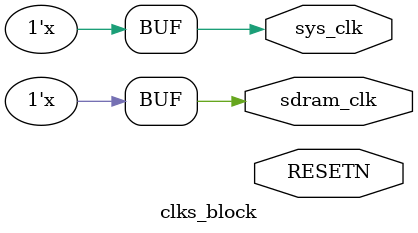
<source format=sv>
`timescale 1ns/1ps

module clks_block(
	output logic	RESETN		,
	output logic	sdram_clk	,
	output logic	sys_clk			
	);
	
	parameter	P_SYS	=	10		;     //    200MHz
	parameter	P_SDR	=	20		;     //    100MHz

	/* General */
	initial	sys_clk		= 0		;
	initial	sdram_clk	= 0		;

	always #(P_SYS/2) sys_clk	= !sys_clk	;
	always #(P_SDR/2) sdram_clk	= !sdram_clk;
endmodule:clks_block
</source>
